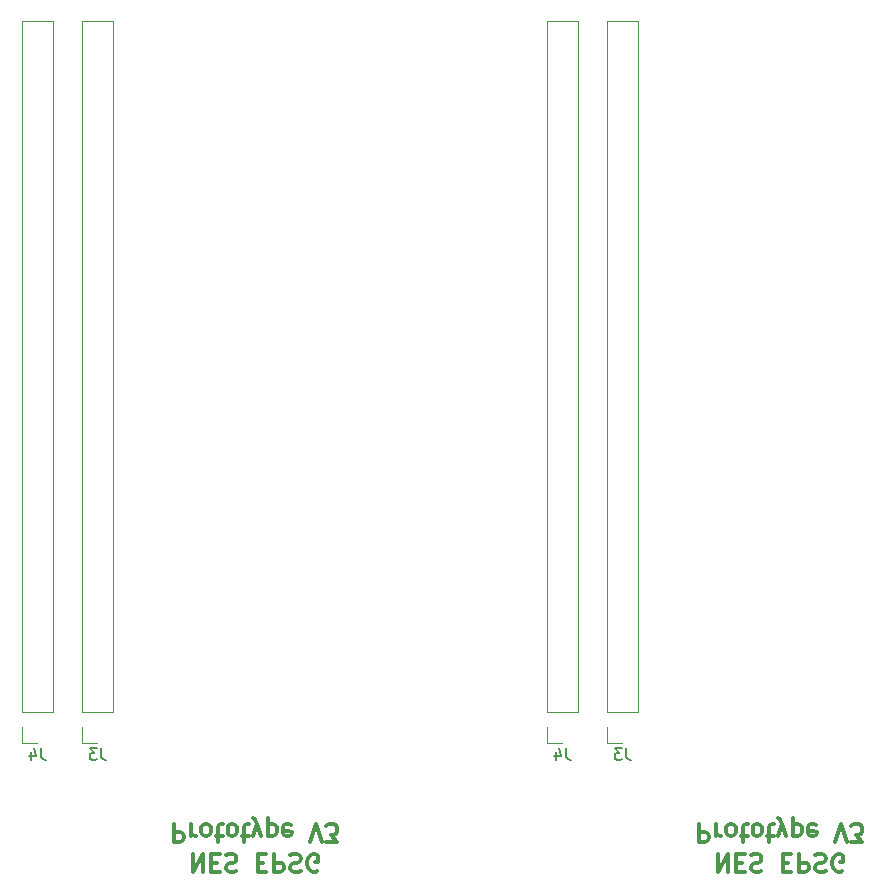
<source format=gbr>
%TF.GenerationSoftware,KiCad,Pcbnew,(5.1.8)-1*%
%TF.CreationDate,2021-03-08T12:32:49+01:00*%
%TF.ProjectId,Nes Sound Expansion,4e657320-536f-4756-9e64-20457870616e,rev?*%
%TF.SameCoordinates,Original*%
%TF.FileFunction,Legend,Bot*%
%TF.FilePolarity,Positive*%
%FSLAX46Y46*%
G04 Gerber Fmt 4.6, Leading zero omitted, Abs format (unit mm)*
G04 Created by KiCad (PCBNEW (5.1.8)-1) date 2021-03-08 12:32:49*
%MOMM*%
%LPD*%
G01*
G04 APERTURE LIST*
%ADD10C,0.300000*%
%ADD11C,0.120000*%
%ADD12C,0.150000*%
G04 APERTURE END LIST*
D10*
X76629285Y-119976428D02*
X76629285Y-121476428D01*
X77486428Y-119976428D01*
X77486428Y-121476428D01*
X78200714Y-120762142D02*
X78700714Y-120762142D01*
X78915000Y-119976428D02*
X78200714Y-119976428D01*
X78200714Y-121476428D01*
X78915000Y-121476428D01*
X79486428Y-120047857D02*
X79700714Y-119976428D01*
X80057857Y-119976428D01*
X80200714Y-120047857D01*
X80272142Y-120119285D01*
X80343571Y-120262142D01*
X80343571Y-120405000D01*
X80272142Y-120547857D01*
X80200714Y-120619285D01*
X80057857Y-120690714D01*
X79772142Y-120762142D01*
X79629285Y-120833571D01*
X79557857Y-120905000D01*
X79486428Y-121047857D01*
X79486428Y-121190714D01*
X79557857Y-121333571D01*
X79629285Y-121405000D01*
X79772142Y-121476428D01*
X80129285Y-121476428D01*
X80343571Y-121405000D01*
X82129285Y-120762142D02*
X82629285Y-120762142D01*
X82843571Y-119976428D02*
X82129285Y-119976428D01*
X82129285Y-121476428D01*
X82843571Y-121476428D01*
X83486428Y-119976428D02*
X83486428Y-121476428D01*
X84057857Y-121476428D01*
X84200714Y-121405000D01*
X84272142Y-121333571D01*
X84343571Y-121190714D01*
X84343571Y-120976428D01*
X84272142Y-120833571D01*
X84200714Y-120762142D01*
X84057857Y-120690714D01*
X83486428Y-120690714D01*
X84915000Y-120047857D02*
X85129285Y-119976428D01*
X85486428Y-119976428D01*
X85629285Y-120047857D01*
X85700714Y-120119285D01*
X85772142Y-120262142D01*
X85772142Y-120405000D01*
X85700714Y-120547857D01*
X85629285Y-120619285D01*
X85486428Y-120690714D01*
X85200714Y-120762142D01*
X85057857Y-120833571D01*
X84986428Y-120905000D01*
X84915000Y-121047857D01*
X84915000Y-121190714D01*
X84986428Y-121333571D01*
X85057857Y-121405000D01*
X85200714Y-121476428D01*
X85557857Y-121476428D01*
X85772142Y-121405000D01*
X87200714Y-121405000D02*
X87057857Y-121476428D01*
X86843571Y-121476428D01*
X86629285Y-121405000D01*
X86486428Y-121262142D01*
X86415000Y-121119285D01*
X86343571Y-120833571D01*
X86343571Y-120619285D01*
X86415000Y-120333571D01*
X86486428Y-120190714D01*
X86629285Y-120047857D01*
X86843571Y-119976428D01*
X86986428Y-119976428D01*
X87200714Y-120047857D01*
X87272142Y-120119285D01*
X87272142Y-120619285D01*
X86986428Y-120619285D01*
X75022142Y-117426428D02*
X75022142Y-118926428D01*
X75593571Y-118926428D01*
X75736428Y-118855000D01*
X75807857Y-118783571D01*
X75879285Y-118640714D01*
X75879285Y-118426428D01*
X75807857Y-118283571D01*
X75736428Y-118212142D01*
X75593571Y-118140714D01*
X75022142Y-118140714D01*
X76522142Y-117426428D02*
X76522142Y-118426428D01*
X76522142Y-118140714D02*
X76593571Y-118283571D01*
X76665000Y-118355000D01*
X76807857Y-118426428D01*
X76950714Y-118426428D01*
X77665000Y-117426428D02*
X77522142Y-117497857D01*
X77450714Y-117569285D01*
X77379285Y-117712142D01*
X77379285Y-118140714D01*
X77450714Y-118283571D01*
X77522142Y-118355000D01*
X77665000Y-118426428D01*
X77879285Y-118426428D01*
X78022142Y-118355000D01*
X78093571Y-118283571D01*
X78165000Y-118140714D01*
X78165000Y-117712142D01*
X78093571Y-117569285D01*
X78022142Y-117497857D01*
X77879285Y-117426428D01*
X77665000Y-117426428D01*
X78593571Y-118426428D02*
X79165000Y-118426428D01*
X78807857Y-118926428D02*
X78807857Y-117640714D01*
X78879285Y-117497857D01*
X79022142Y-117426428D01*
X79165000Y-117426428D01*
X79879285Y-117426428D02*
X79736428Y-117497857D01*
X79665000Y-117569285D01*
X79593571Y-117712142D01*
X79593571Y-118140714D01*
X79665000Y-118283571D01*
X79736428Y-118355000D01*
X79879285Y-118426428D01*
X80093571Y-118426428D01*
X80236428Y-118355000D01*
X80307857Y-118283571D01*
X80379285Y-118140714D01*
X80379285Y-117712142D01*
X80307857Y-117569285D01*
X80236428Y-117497857D01*
X80093571Y-117426428D01*
X79879285Y-117426428D01*
X80807857Y-118426428D02*
X81379285Y-118426428D01*
X81022142Y-118926428D02*
X81022142Y-117640714D01*
X81093571Y-117497857D01*
X81236428Y-117426428D01*
X81379285Y-117426428D01*
X81736428Y-118426428D02*
X82093571Y-117426428D01*
X82450714Y-118426428D02*
X82093571Y-117426428D01*
X81950714Y-117069285D01*
X81879285Y-116997857D01*
X81736428Y-116926428D01*
X83022142Y-118426428D02*
X83022142Y-116926428D01*
X83022142Y-118355000D02*
X83165000Y-118426428D01*
X83450714Y-118426428D01*
X83593571Y-118355000D01*
X83665000Y-118283571D01*
X83736428Y-118140714D01*
X83736428Y-117712142D01*
X83665000Y-117569285D01*
X83593571Y-117497857D01*
X83450714Y-117426428D01*
X83165000Y-117426428D01*
X83022142Y-117497857D01*
X84950714Y-117497857D02*
X84807857Y-117426428D01*
X84522142Y-117426428D01*
X84379285Y-117497857D01*
X84307857Y-117640714D01*
X84307857Y-118212142D01*
X84379285Y-118355000D01*
X84522142Y-118426428D01*
X84807857Y-118426428D01*
X84950714Y-118355000D01*
X85022142Y-118212142D01*
X85022142Y-118069285D01*
X84307857Y-117926428D01*
X86593571Y-118926428D02*
X87093571Y-117426428D01*
X87593571Y-118926428D01*
X87950714Y-118926428D02*
X88879285Y-118926428D01*
X88379285Y-118355000D01*
X88593571Y-118355000D01*
X88736428Y-118283571D01*
X88807857Y-118212142D01*
X88879285Y-118069285D01*
X88879285Y-117712142D01*
X88807857Y-117569285D01*
X88736428Y-117497857D01*
X88593571Y-117426428D01*
X88165000Y-117426428D01*
X88022142Y-117497857D01*
X87950714Y-117569285D01*
X121079285Y-119976428D02*
X121079285Y-121476428D01*
X121936428Y-119976428D01*
X121936428Y-121476428D01*
X122650714Y-120762142D02*
X123150714Y-120762142D01*
X123365000Y-119976428D02*
X122650714Y-119976428D01*
X122650714Y-121476428D01*
X123365000Y-121476428D01*
X123936428Y-120047857D02*
X124150714Y-119976428D01*
X124507857Y-119976428D01*
X124650714Y-120047857D01*
X124722142Y-120119285D01*
X124793571Y-120262142D01*
X124793571Y-120405000D01*
X124722142Y-120547857D01*
X124650714Y-120619285D01*
X124507857Y-120690714D01*
X124222142Y-120762142D01*
X124079285Y-120833571D01*
X124007857Y-120905000D01*
X123936428Y-121047857D01*
X123936428Y-121190714D01*
X124007857Y-121333571D01*
X124079285Y-121405000D01*
X124222142Y-121476428D01*
X124579285Y-121476428D01*
X124793571Y-121405000D01*
X126579285Y-120762142D02*
X127079285Y-120762142D01*
X127293571Y-119976428D02*
X126579285Y-119976428D01*
X126579285Y-121476428D01*
X127293571Y-121476428D01*
X127936428Y-119976428D02*
X127936428Y-121476428D01*
X128507857Y-121476428D01*
X128650714Y-121405000D01*
X128722142Y-121333571D01*
X128793571Y-121190714D01*
X128793571Y-120976428D01*
X128722142Y-120833571D01*
X128650714Y-120762142D01*
X128507857Y-120690714D01*
X127936428Y-120690714D01*
X129365000Y-120047857D02*
X129579285Y-119976428D01*
X129936428Y-119976428D01*
X130079285Y-120047857D01*
X130150714Y-120119285D01*
X130222142Y-120262142D01*
X130222142Y-120405000D01*
X130150714Y-120547857D01*
X130079285Y-120619285D01*
X129936428Y-120690714D01*
X129650714Y-120762142D01*
X129507857Y-120833571D01*
X129436428Y-120905000D01*
X129365000Y-121047857D01*
X129365000Y-121190714D01*
X129436428Y-121333571D01*
X129507857Y-121405000D01*
X129650714Y-121476428D01*
X130007857Y-121476428D01*
X130222142Y-121405000D01*
X131650714Y-121405000D02*
X131507857Y-121476428D01*
X131293571Y-121476428D01*
X131079285Y-121405000D01*
X130936428Y-121262142D01*
X130865000Y-121119285D01*
X130793571Y-120833571D01*
X130793571Y-120619285D01*
X130865000Y-120333571D01*
X130936428Y-120190714D01*
X131079285Y-120047857D01*
X131293571Y-119976428D01*
X131436428Y-119976428D01*
X131650714Y-120047857D01*
X131722142Y-120119285D01*
X131722142Y-120619285D01*
X131436428Y-120619285D01*
X119472142Y-117426428D02*
X119472142Y-118926428D01*
X120043571Y-118926428D01*
X120186428Y-118855000D01*
X120257857Y-118783571D01*
X120329285Y-118640714D01*
X120329285Y-118426428D01*
X120257857Y-118283571D01*
X120186428Y-118212142D01*
X120043571Y-118140714D01*
X119472142Y-118140714D01*
X120972142Y-117426428D02*
X120972142Y-118426428D01*
X120972142Y-118140714D02*
X121043571Y-118283571D01*
X121115000Y-118355000D01*
X121257857Y-118426428D01*
X121400714Y-118426428D01*
X122115000Y-117426428D02*
X121972142Y-117497857D01*
X121900714Y-117569285D01*
X121829285Y-117712142D01*
X121829285Y-118140714D01*
X121900714Y-118283571D01*
X121972142Y-118355000D01*
X122115000Y-118426428D01*
X122329285Y-118426428D01*
X122472142Y-118355000D01*
X122543571Y-118283571D01*
X122615000Y-118140714D01*
X122615000Y-117712142D01*
X122543571Y-117569285D01*
X122472142Y-117497857D01*
X122329285Y-117426428D01*
X122115000Y-117426428D01*
X123043571Y-118426428D02*
X123615000Y-118426428D01*
X123257857Y-118926428D02*
X123257857Y-117640714D01*
X123329285Y-117497857D01*
X123472142Y-117426428D01*
X123615000Y-117426428D01*
X124329285Y-117426428D02*
X124186428Y-117497857D01*
X124115000Y-117569285D01*
X124043571Y-117712142D01*
X124043571Y-118140714D01*
X124115000Y-118283571D01*
X124186428Y-118355000D01*
X124329285Y-118426428D01*
X124543571Y-118426428D01*
X124686428Y-118355000D01*
X124757857Y-118283571D01*
X124829285Y-118140714D01*
X124829285Y-117712142D01*
X124757857Y-117569285D01*
X124686428Y-117497857D01*
X124543571Y-117426428D01*
X124329285Y-117426428D01*
X125257857Y-118426428D02*
X125829285Y-118426428D01*
X125472142Y-118926428D02*
X125472142Y-117640714D01*
X125543571Y-117497857D01*
X125686428Y-117426428D01*
X125829285Y-117426428D01*
X126186428Y-118426428D02*
X126543571Y-117426428D01*
X126900714Y-118426428D02*
X126543571Y-117426428D01*
X126400714Y-117069285D01*
X126329285Y-116997857D01*
X126186428Y-116926428D01*
X127472142Y-118426428D02*
X127472142Y-116926428D01*
X127472142Y-118355000D02*
X127615000Y-118426428D01*
X127900714Y-118426428D01*
X128043571Y-118355000D01*
X128115000Y-118283571D01*
X128186428Y-118140714D01*
X128186428Y-117712142D01*
X128115000Y-117569285D01*
X128043571Y-117497857D01*
X127900714Y-117426428D01*
X127615000Y-117426428D01*
X127472142Y-117497857D01*
X129400714Y-117497857D02*
X129257857Y-117426428D01*
X128972142Y-117426428D01*
X128829285Y-117497857D01*
X128757857Y-117640714D01*
X128757857Y-118212142D01*
X128829285Y-118355000D01*
X128972142Y-118426428D01*
X129257857Y-118426428D01*
X129400714Y-118355000D01*
X129472142Y-118212142D01*
X129472142Y-118069285D01*
X128757857Y-117926428D01*
X131043571Y-118926428D02*
X131543571Y-117426428D01*
X132043571Y-118926428D01*
X132400714Y-118926428D02*
X133329285Y-118926428D01*
X132829285Y-118355000D01*
X133043571Y-118355000D01*
X133186428Y-118283571D01*
X133257857Y-118212142D01*
X133329285Y-118069285D01*
X133329285Y-117712142D01*
X133257857Y-117569285D01*
X133186428Y-117497857D01*
X133043571Y-117426428D01*
X132615000Y-117426428D01*
X132472142Y-117497857D01*
X132400714Y-117569285D01*
D11*
%TO.C,J3*%
X67250000Y-110550000D02*
X68580000Y-110550000D01*
X67250000Y-109220000D02*
X67250000Y-110550000D01*
X67250000Y-107950000D02*
X69910000Y-107950000D01*
X69910000Y-107950000D02*
X69910000Y-49470000D01*
X67250000Y-107950000D02*
X67250000Y-49470000D01*
X67250000Y-49470000D02*
X69910000Y-49470000D01*
%TO.C,J4*%
X62170000Y-110550000D02*
X63500000Y-110550000D01*
X62170000Y-109220000D02*
X62170000Y-110550000D01*
X62170000Y-107950000D02*
X64830000Y-107950000D01*
X64830000Y-107950000D02*
X64830000Y-49470000D01*
X62170000Y-107950000D02*
X62170000Y-49470000D01*
X62170000Y-49470000D02*
X64830000Y-49470000D01*
X106620000Y-110550000D02*
X107950000Y-110550000D01*
X106620000Y-109220000D02*
X106620000Y-110550000D01*
X106620000Y-107950000D02*
X109280000Y-107950000D01*
X109280000Y-107950000D02*
X109280000Y-49470000D01*
X106620000Y-107950000D02*
X106620000Y-49470000D01*
X106620000Y-49470000D02*
X109280000Y-49470000D01*
%TO.C,J3*%
X111700000Y-110550000D02*
X113030000Y-110550000D01*
X111700000Y-109220000D02*
X111700000Y-110550000D01*
X111700000Y-107950000D02*
X114360000Y-107950000D01*
X114360000Y-107950000D02*
X114360000Y-49470000D01*
X111700000Y-107950000D02*
X111700000Y-49470000D01*
X111700000Y-49470000D02*
X114360000Y-49470000D01*
D12*
X68913333Y-111002380D02*
X68913333Y-111716666D01*
X68960952Y-111859523D01*
X69056190Y-111954761D01*
X69199047Y-112002380D01*
X69294285Y-112002380D01*
X68532380Y-111002380D02*
X67913333Y-111002380D01*
X68246666Y-111383333D01*
X68103809Y-111383333D01*
X68008571Y-111430952D01*
X67960952Y-111478571D01*
X67913333Y-111573809D01*
X67913333Y-111811904D01*
X67960952Y-111907142D01*
X68008571Y-111954761D01*
X68103809Y-112002380D01*
X68389523Y-112002380D01*
X68484761Y-111954761D01*
X68532380Y-111907142D01*
%TO.C,J4*%
X63833333Y-111002380D02*
X63833333Y-111716666D01*
X63880952Y-111859523D01*
X63976190Y-111954761D01*
X64119047Y-112002380D01*
X64214285Y-112002380D01*
X62928571Y-111335714D02*
X62928571Y-112002380D01*
X63166666Y-110954761D02*
X63404761Y-111669047D01*
X62785714Y-111669047D01*
X108283333Y-111002380D02*
X108283333Y-111716666D01*
X108330952Y-111859523D01*
X108426190Y-111954761D01*
X108569047Y-112002380D01*
X108664285Y-112002380D01*
X107378571Y-111335714D02*
X107378571Y-112002380D01*
X107616666Y-110954761D02*
X107854761Y-111669047D01*
X107235714Y-111669047D01*
%TO.C,J3*%
X113363333Y-111002380D02*
X113363333Y-111716666D01*
X113410952Y-111859523D01*
X113506190Y-111954761D01*
X113649047Y-112002380D01*
X113744285Y-112002380D01*
X112982380Y-111002380D02*
X112363333Y-111002380D01*
X112696666Y-111383333D01*
X112553809Y-111383333D01*
X112458571Y-111430952D01*
X112410952Y-111478571D01*
X112363333Y-111573809D01*
X112363333Y-111811904D01*
X112410952Y-111907142D01*
X112458571Y-111954761D01*
X112553809Y-112002380D01*
X112839523Y-112002380D01*
X112934761Y-111954761D01*
X112982380Y-111907142D01*
%TD*%
M02*

</source>
